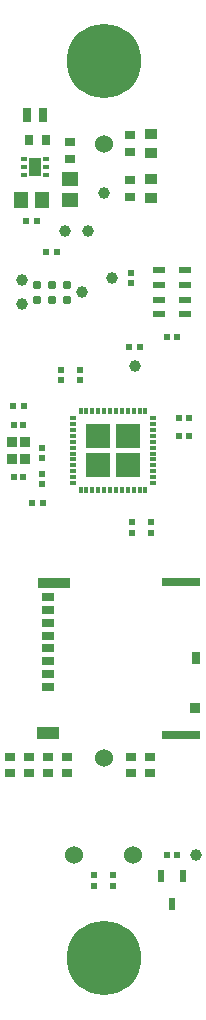
<source format=gts>
%TF.GenerationSoftware,KiCad,Pcbnew,no-vcs-found-835c19f~60~ubuntu16.04.1*%
%TF.CreationDate,2017-10-14T22:29:22+01:00*%
%TF.ProjectId,altimeter,616C74696D657465722E6B696361645F,rev?*%
%TF.SameCoordinates,Original*%
%TF.FileFunction,Soldermask,Top*%
%TF.FilePolarity,Negative*%
%FSLAX46Y46*%
G04 Gerber Fmt 4.6, Leading zero omitted, Abs format (unit mm)*
G04 Created by KiCad (PCBNEW no-vcs-found-835c19f~60~ubuntu16.04.1) date Sat Oct 14 22:29:22 2017*
%MOMM*%
%LPD*%
G01*
G04 APERTURE LIST*
%ADD10C,1.524000*%
%ADD11R,0.620000X0.620000*%
%ADD12R,1.450000X1.150000*%
%ADD13R,1.150000X1.450000*%
%ADD14R,0.900000X0.750000*%
%ADD15R,0.520000X0.520000*%
%ADD16R,1.000000X0.950000*%
%ADD17R,1.100000X0.600000*%
%ADD18R,0.550000X0.300000*%
%ADD19R,0.300000X0.550000*%
%ADD20R,2.002000X2.002000*%
%ADD21R,0.750000X1.300000*%
%ADD22C,0.787000*%
%ADD23C,1.000000*%
%ADD24R,0.600000X1.000000*%
%ADD25R,0.750000X0.900000*%
%ADD26R,1.100000X0.700000*%
%ADD27R,1.830000X1.140000*%
%ADD28R,2.800000X0.860000*%
%ADD29R,3.330000X0.700000*%
%ADD30R,0.930000X0.900000*%
%ADD31R,0.780000X1.050000*%
%ADD32C,6.300000*%
%ADD33C,0.600000*%
%ADD34R,0.850000X0.950000*%
%ADD35R,1.000000X1.600000*%
%ADD36R,0.500000X0.400000*%
G04 APERTURE END LIST*
D10*
%TO.C,J1*%
X100000000Y-74000000D03*
X100000000Y-126000000D03*
%TD*%
D11*
%TO.C,C1*%
X105350000Y-90400000D03*
X106250000Y-90400000D03*
%TD*%
D12*
%TO.C,C2*%
X97200000Y-78800000D03*
X97200000Y-77000000D03*
%TD*%
D13*
%TO.C,C3*%
X93000000Y-78800000D03*
X94800000Y-78800000D03*
%TD*%
D14*
%TO.C,C4*%
X95300000Y-127300000D03*
X95300000Y-125900000D03*
%TD*%
D11*
%TO.C,C5*%
X94350000Y-80600000D03*
X93450000Y-80600000D03*
%TD*%
%TO.C,C6*%
X94800000Y-102850000D03*
X94800000Y-101950000D03*
%TD*%
D15*
%TO.C,C7*%
X92400000Y-97800000D03*
X93200000Y-97800000D03*
%TD*%
%TO.C,C8*%
X92400000Y-102200000D03*
X93200000Y-102200000D03*
%TD*%
D11*
%TO.C,C9*%
X96050000Y-83200000D03*
X95150000Y-83200000D03*
%TD*%
%TO.C,C10*%
X98000000Y-93150000D03*
X98000000Y-94050000D03*
%TD*%
%TO.C,C11*%
X96400000Y-94050000D03*
X96400000Y-93150000D03*
%TD*%
%TO.C,C12*%
X102400000Y-106950000D03*
X102400000Y-106050000D03*
%TD*%
%TO.C,C13*%
X93250000Y-96200000D03*
X92350000Y-96200000D03*
%TD*%
%TO.C,C14*%
X107250000Y-97200000D03*
X106350000Y-97200000D03*
%TD*%
%TO.C,C15*%
X104000000Y-106050000D03*
X104000000Y-106950000D03*
%TD*%
%TO.C,C16*%
X93950000Y-104400000D03*
X94850000Y-104400000D03*
%TD*%
%TO.C,C17*%
X107250000Y-98800000D03*
X106350000Y-98800000D03*
%TD*%
D16*
%TO.C,D1*%
X104000000Y-74800000D03*
X104000000Y-73200000D03*
%TD*%
%TO.C,D2*%
X104000000Y-77000000D03*
X104000000Y-78600000D03*
%TD*%
D17*
%TO.C,IC1*%
X106900000Y-88475000D03*
X106900000Y-87225000D03*
X106900000Y-85975000D03*
X106900000Y-84725000D03*
X104700000Y-84725000D03*
X104700000Y-85975000D03*
X104700000Y-87225000D03*
X104700000Y-88475000D03*
%TD*%
D18*
%TO.C,IC3*%
X97425000Y-97250000D03*
X97425000Y-97750000D03*
X97425000Y-98250000D03*
X97425000Y-98750000D03*
X97425000Y-99250000D03*
X97425000Y-99750000D03*
X97425000Y-100250000D03*
X97425000Y-100750000D03*
X97425000Y-101250000D03*
X97425000Y-101750000D03*
X97425000Y-102250000D03*
X97425000Y-102750000D03*
D19*
X98050000Y-103375000D03*
X98550000Y-103375000D03*
X99050000Y-103375000D03*
X99550000Y-103375000D03*
X100050000Y-103375000D03*
X100550000Y-103375000D03*
X101050000Y-103375000D03*
X101550000Y-103375000D03*
X102050000Y-103375000D03*
X102550000Y-103375000D03*
X103050000Y-103375000D03*
X103550000Y-103375000D03*
D18*
X104175000Y-102750000D03*
X104175000Y-102250000D03*
X104175000Y-101750000D03*
X104175000Y-101250000D03*
X104175000Y-100750000D03*
X104175000Y-100250000D03*
X104175000Y-99750000D03*
X104175000Y-99250000D03*
X104175000Y-98750000D03*
X104175000Y-98250000D03*
X104175000Y-97750000D03*
X104175000Y-97250000D03*
D19*
X103550000Y-96625000D03*
X103050000Y-96625000D03*
X102550000Y-96625000D03*
X102050000Y-96625000D03*
X101550000Y-96625000D03*
X101050000Y-96625000D03*
X100550000Y-96625000D03*
X100050000Y-96625000D03*
X99550000Y-96625000D03*
X99050000Y-96625000D03*
X98550000Y-96625000D03*
X98050000Y-96625000D03*
D20*
X99550000Y-98750000D03*
X99550000Y-101250000D03*
X102050000Y-98750000D03*
X102050000Y-101250000D03*
%TD*%
D21*
%TO.C,L1*%
X94875000Y-71600000D03*
X93525000Y-71600000D03*
%TD*%
D10*
%TO.C,LS1*%
X97500000Y-134250000D03*
X102500000Y-134250000D03*
%TD*%
D22*
%TO.C,P1*%
X96870000Y-85960000D03*
X96870000Y-87230000D03*
X95600000Y-85960000D03*
X95600000Y-87230000D03*
X94330000Y-85960000D03*
X94330000Y-87230000D03*
D23*
X98140000Y-86595000D03*
X93060000Y-85579000D03*
X93060000Y-87611000D03*
%TD*%
D24*
%TO.C,Q1*%
X106750000Y-136050000D03*
X104850000Y-136050000D03*
X105800000Y-138350000D03*
%TD*%
D14*
%TO.C,R1*%
X93700000Y-125900000D03*
X93700000Y-127300000D03*
%TD*%
D11*
%TO.C,R2*%
X105350000Y-134200000D03*
X106250000Y-134200000D03*
%TD*%
D14*
%TO.C,R3*%
X92100000Y-125900000D03*
X92100000Y-127300000D03*
%TD*%
D11*
%TO.C,R4*%
X100800000Y-135950000D03*
X100800000Y-136850000D03*
%TD*%
D14*
%TO.C,R5*%
X103900000Y-125900000D03*
X103900000Y-127300000D03*
%TD*%
D11*
%TO.C,R6*%
X99200000Y-135950000D03*
X99200000Y-136850000D03*
%TD*%
D14*
%TO.C,R7*%
X102300000Y-127300000D03*
X102300000Y-125900000D03*
%TD*%
%TO.C,R8*%
X96900000Y-127300000D03*
X96900000Y-125900000D03*
%TD*%
D25*
%TO.C,R9*%
X93700000Y-73700000D03*
X95100000Y-73700000D03*
%TD*%
D11*
%TO.C,R10*%
X103050000Y-91200000D03*
X102150000Y-91200000D03*
%TD*%
D14*
%TO.C,R11*%
X97200000Y-75300000D03*
X97200000Y-73900000D03*
%TD*%
D11*
%TO.C,R12*%
X102300000Y-84950000D03*
X102300000Y-85850000D03*
%TD*%
D14*
%TO.C,R13*%
X102200000Y-74700000D03*
X102200000Y-73300000D03*
%TD*%
%TO.C,R14*%
X102200000Y-78500000D03*
X102200000Y-77100000D03*
%TD*%
D15*
%TO.C,R15*%
X94800000Y-100600000D03*
X94800000Y-99800000D03*
%TD*%
D23*
%TO.C,TP1*%
X107800000Y-134200000D03*
%TD*%
%TO.C,TP2*%
X100000000Y-78200000D03*
%TD*%
%TO.C,TP3*%
X98700000Y-81400000D03*
%TD*%
%TO.C,TP5*%
X100700000Y-85400000D03*
%TD*%
%TO.C,TP6*%
X102700000Y-92800000D03*
%TD*%
%TO.C,TP7*%
X96700000Y-81400000D03*
%TD*%
D26*
%TO.C,U1*%
X95300000Y-120000000D03*
X95300000Y-118900000D03*
X95300000Y-117800000D03*
X95300000Y-116700000D03*
X95300000Y-115700000D03*
X95300000Y-114600000D03*
X95300000Y-113500000D03*
X95300000Y-112400000D03*
D27*
X95315000Y-123880000D03*
D28*
X95800000Y-111220000D03*
D29*
X106565000Y-111140000D03*
X106565000Y-124100000D03*
D30*
X107765000Y-121790000D03*
D31*
X107840000Y-117525000D03*
%TD*%
D32*
%TO.C,X1*%
X100000000Y-67000000D03*
D33*
X100000000Y-64500000D03*
X102500000Y-67000000D03*
X100000000Y-69500000D03*
X97500000Y-67000000D03*
X98200000Y-65200000D03*
X101800000Y-65200000D03*
X98200000Y-68800000D03*
X101800000Y-68800000D03*
%TD*%
%TO.C,X2*%
X101800000Y-144800000D03*
X98200000Y-144800000D03*
X101800000Y-141200000D03*
X98200000Y-141200000D03*
X97500000Y-143000000D03*
X100000000Y-145500000D03*
X102500000Y-143000000D03*
X100000000Y-140500000D03*
D32*
X100000000Y-143000000D03*
%TD*%
D34*
%TO.C,Y1*%
X92225000Y-99275000D03*
X92225000Y-100725000D03*
X93375000Y-100725000D03*
X93375000Y-99275000D03*
%TD*%
D35*
%TO.C,IC2*%
X94200000Y-76000000D03*
D36*
X95100000Y-76650000D03*
X95100000Y-76000000D03*
X95100000Y-75350000D03*
X93300000Y-75350000D03*
X93300000Y-76000000D03*
X93300000Y-76650000D03*
%TD*%
M02*

</source>
